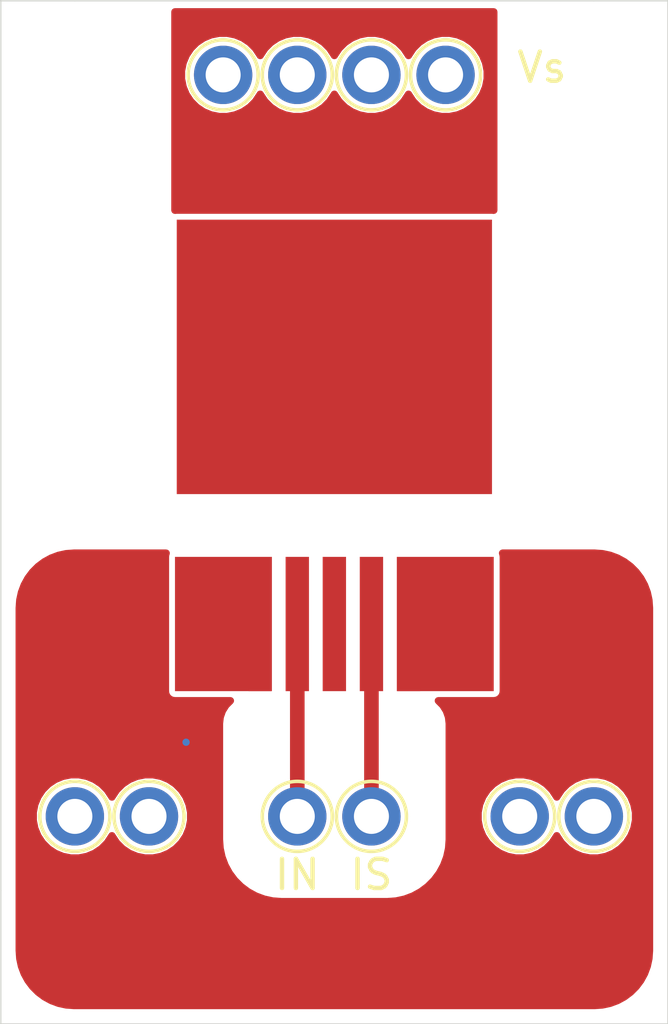
<source format=kicad_pcb>
(kicad_pcb (version 20171130) (host pcbnew "(5.1.4)-1")

  (general
    (thickness 1.6)
    (drawings 9)
    (tracks 3)
    (zones 0)
    (modules 11)
    (nets 1)
  )

  (page A4)
  (layers
    (0 F.Cu signal)
    (31 B.Cu signal)
    (32 B.Adhes user)
    (33 F.Adhes user)
    (34 B.Paste user)
    (35 F.Paste user)
    (36 B.SilkS user)
    (37 F.SilkS user)
    (38 B.Mask user)
    (39 F.Mask user)
    (40 Dwgs.User user)
    (41 Cmts.User user)
    (42 Eco1.User user)
    (43 Eco2.User user)
    (44 Edge.Cuts user)
    (45 Margin user)
    (46 B.CrtYd user)
    (47 F.CrtYd user)
    (48 B.Fab user)
    (49 F.Fab user)
  )

  (setup
    (last_trace_width 0.25)
    (trace_clearance 0.2)
    (zone_clearance 0)
    (zone_45_only no)
    (trace_min 0.2)
    (via_size 0.8)
    (via_drill 0.4)
    (via_min_size 0.4)
    (via_min_drill 0.3)
    (uvia_size 0.3)
    (uvia_drill 0.1)
    (uvias_allowed no)
    (uvia_min_size 0.2)
    (uvia_min_drill 0.1)
    (edge_width 0.05)
    (segment_width 0.2)
    (pcb_text_width 0.3)
    (pcb_text_size 1.5 1.5)
    (mod_edge_width 0.12)
    (mod_text_size 1 1)
    (mod_text_width 0.15)
    (pad_size 2 2)
    (pad_drill 1.2)
    (pad_to_mask_clearance 0.051)
    (solder_mask_min_width 0.25)
    (aux_axis_origin 0 0)
    (visible_elements 7FFFFFFF)
    (pcbplotparams
      (layerselection 0x010fc_ffffffff)
      (usegerberextensions true)
      (usegerberattributes false)
      (usegerberadvancedattributes false)
      (creategerberjobfile false)
      (excludeedgelayer true)
      (linewidth 0.100000)
      (plotframeref false)
      (viasonmask false)
      (mode 1)
      (useauxorigin false)
      (hpglpennumber 1)
      (hpglpenspeed 20)
      (hpglpendiameter 15.000000)
      (psnegative false)
      (psa4output false)
      (plotreference true)
      (plotvalue false)
      (plotinvisibletext false)
      (padsonsilk false)
      (subtractmaskfromsilk false)
      (outputformat 1)
      (mirror false)
      (drillshape 0)
      (scaleselection 1)
      (outputdirectory "../../../AR20_PDM/PCB_files/"))
  )

  (net 0 "")

  (net_class Default "This is the default net class."
    (clearance 0.2)
    (trace_width 0.25)
    (via_dia 0.8)
    (via_drill 0.4)
    (uvia_dia 0.3)
    (uvia_drill 0.1)
  )

  (module PDM_footprint:BTS50055-1TMA (layer F.Cu) (tedit 5DC2A645) (tstamp 5DC1A000)
    (at 123.19 102.87)
    (fp_text reference "" (at 0 -13.97) (layer F.SilkS)
      (effects (font (size 1 1) (thickness 0.15)))
    )
    (fp_text value BTS50055-1TMA (at 0 6.35) (layer F.Fab)
      (effects (font (size 1 1) (thickness 0.15)))
    )
    (pad 8 smd rect (at 0 -6.85) (size 10.8 9.4) (layers F.Cu F.Paste F.Mask))
    (pad 1 smd rect (at -3.81 2.3) (size 3.3 4.6) (layers F.Cu F.Paste F.Mask))
    (pad 2 smd rect (at -2.54 2.3) (size 0.8 4.6) (layers F.Cu F.Paste F.Mask))
    (pad 3 smd rect (at -1.27 2.3) (size 0.8 4.6) (layers F.Cu F.Paste F.Mask))
    (pad 7 smd rect (at 3.81 2.3) (size 3.3 4.6) (layers F.Cu F.Paste F.Mask))
    (pad 6 smd rect (at 2.54 2.3) (size 0.8 4.6) (layers F.Cu F.Paste F.Mask))
    (pad 5 smd rect (at 1.27 2.3) (size 0.8 4.6) (layers F.Cu F.Paste F.Mask))
    (pad 4 smd rect (at 0 2.3) (size 0.8 4.6) (layers F.Cu F.Paste F.Mask))
  )

  (module TestPoint:TestPoint_THTPad_D2.0mm_Drill1.0mm (layer F.Cu) (tedit 5DC2E7F3) (tstamp 5DC1F88F)
    (at 121.92 111.76 180)
    (descr "THT pad as test Point, diameter 2.0mm, hole diameter 1.0mm")
    (tags "test point THT pad")
    (attr virtual)
    (fp_text reference IN (at 0 -1.998) (layer F.SilkS)
      (effects (font (size 1 1) (thickness 0.15)))
    )
    (fp_text value "" (at 0 2.05) (layer F.Fab)
      (effects (font (size 1 1) (thickness 0.15)))
    )
    (fp_circle (center 0 0) (end 0 1.2) (layer F.SilkS) (width 0.12))
    (fp_circle (center 0 0) (end 1.5 0) (layer F.CrtYd) (width 0.05))
    (fp_text user %R (at 0 -2) (layer F.Fab)
      (effects (font (size 1 1) (thickness 0.15)))
    )
    (pad 1 thru_hole circle (at 0 0 180) (size 2 2) (drill 1.2) (layers *.Cu *.Mask))
  )

  (module TestPoint:TestPoint_THTPad_D2.0mm_Drill1.0mm (layer F.Cu) (tedit 5DC2E7E6) (tstamp 5DC1F86B)
    (at 124.46 111.76 180)
    (descr "THT pad as test Point, diameter 2.0mm, hole diameter 1.0mm")
    (tags "test point THT pad")
    (attr virtual)
    (fp_text reference IS (at 0 -1.998) (layer F.SilkS)
      (effects (font (size 1 1) (thickness 0.15)))
    )
    (fp_text value "" (at 0 2.05) (layer F.Fab)
      (effects (font (size 1 1) (thickness 0.15)))
    )
    (fp_circle (center 0 0) (end 0 1.2) (layer F.SilkS) (width 0.12))
    (fp_circle (center 0 0) (end 1.5 0) (layer F.CrtYd) (width 0.05))
    (fp_text user %R (at 0 -2) (layer F.Fab)
      (effects (font (size 1 1) (thickness 0.15)))
    )
    (pad 1 thru_hole circle (at 0 0 180) (size 2 2) (drill 1.2) (layers *.Cu *.Mask))
  )

  (module PDM_footprint:THT_hole_2.2mm_1.2mm (layer F.Cu) (tedit 5DC2E770) (tstamp 5DC1F7D7)
    (at 129.54 111.76)
    (descr "THT pad as test Point, diameter 2.0mm, hole diameter 1.0mm")
    (tags "test point THT pad")
    (attr virtual)
    (fp_text reference "" (at 0 -1.998) (layer F.SilkS)
      (effects (font (size 1 1) (thickness 0.15)))
    )
    (fp_text value "" (at 0 2.05) (layer F.Fab)
      (effects (font (size 1 1) (thickness 0.15)))
    )
    (fp_text user %R (at 0 -2) (layer F.Fab)
      (effects (font (size 1 1) (thickness 0.15)))
    )
    (fp_circle (center 0 0) (end 1.5 0) (layer F.CrtYd) (width 0.05))
    (fp_circle (center 0 0) (end 0 1.2) (layer F.SilkS) (width 0.12))
    (pad 1 thru_hole circle (at 0 0) (size 2 2) (drill 1.2) (layers *.Cu *.Mask))
  )

  (module PDM_footprint:THT_hole_2.2mm_1.2mm (layer F.Cu) (tedit 5DC2E776) (tstamp 5DC1F7BA)
    (at 132.08 111.76)
    (descr "THT pad as test Point, diameter 2.0mm, hole diameter 1.0mm")
    (tags "test point THT pad")
    (attr virtual)
    (fp_text reference "" (at 0 -1.998) (layer F.SilkS)
      (effects (font (size 1 1) (thickness 0.15)))
    )
    (fp_text value "" (at 0 2.05) (layer F.Fab)
      (effects (font (size 1 1) (thickness 0.15)))
    )
    (fp_text user %R (at 0 -2) (layer F.Fab)
      (effects (font (size 1 1) (thickness 0.15)))
    )
    (fp_circle (center 0 0) (end 1.5 0) (layer F.CrtYd) (width 0.05))
    (fp_circle (center 0 0) (end 0 1.2) (layer F.SilkS) (width 0.12))
    (pad 1 thru_hole circle (at 0 0) (size 2 2) (drill 1.2) (layers *.Cu *.Mask))
  )

  (module PDM_footprint:THT_hole_2.2mm_1.2mm (layer F.Cu) (tedit 5DC2E749) (tstamp 5DC1F79D)
    (at 116.84 111.76)
    (descr "THT pad as test Point, diameter 2.0mm, hole diameter 1.0mm")
    (tags "test point THT pad")
    (attr virtual)
    (fp_text reference "" (at 0 -1.998) (layer F.SilkS)
      (effects (font (size 1 1) (thickness 0.15)))
    )
    (fp_text value "" (at 0 2.05) (layer F.Fab)
      (effects (font (size 1 1) (thickness 0.15)))
    )
    (fp_text user %R (at 0 -2) (layer F.Fab)
      (effects (font (size 1 1) (thickness 0.15)))
    )
    (fp_circle (center 0 0) (end 1.5 0) (layer F.CrtYd) (width 0.05))
    (fp_circle (center 0 0) (end 0 1.2) (layer F.SilkS) (width 0.12))
    (pad 1 thru_hole circle (at 0 0) (size 2 2) (drill 1.2) (layers *.Cu *.Mask))
  )

  (module PDM_footprint:THT_hole_2.2mm_1.2mm (layer F.Cu) (tedit 5DC2E73D) (tstamp 5DC1F780)
    (at 114.3 111.76)
    (descr "THT pad as test Point, diameter 2.0mm, hole diameter 1.0mm")
    (tags "test point THT pad")
    (attr virtual)
    (fp_text reference "" (at 0 -1.998) (layer F.SilkS)
      (effects (font (size 1 1) (thickness 0.15)))
    )
    (fp_text value "" (at 0 2.05) (layer F.Fab)
      (effects (font (size 1 1) (thickness 0.15)))
    )
    (fp_text user %R (at 0 -2) (layer F.Fab)
      (effects (font (size 1 1) (thickness 0.15)))
    )
    (fp_circle (center 0 0) (end 1.5 0) (layer F.CrtYd) (width 0.05))
    (fp_circle (center 0 0) (end 0 1.2) (layer F.SilkS) (width 0.12))
    (pad 1 thru_hole circle (at 0 0) (size 2 2) (drill 1.2) (layers *.Cu *.Mask))
  )

  (module PDM_footprint:THT_hole_2.2mm_1.2mm (layer F.Cu) (tedit 5DC2E797) (tstamp 5DC1F73E)
    (at 119.38 86.36)
    (descr "THT pad as test Point, diameter 2.0mm, hole diameter 1.0mm")
    (tags "test point THT pad")
    (attr virtual)
    (fp_text reference "" (at 0 -1.998) (layer F.SilkS)
      (effects (font (size 1 1) (thickness 0.15)))
    )
    (fp_text value "" (at 0 2.05) (layer F.Fab)
      (effects (font (size 1 1) (thickness 0.15)))
    )
    (fp_text user %R (at 0 -2) (layer F.Fab)
      (effects (font (size 1 1) (thickness 0.15)))
    )
    (fp_circle (center 0 0) (end 1.5 0) (layer F.CrtYd) (width 0.05))
    (fp_circle (center 0 0) (end 0 1.2) (layer F.SilkS) (width 0.12))
    (pad 1 thru_hole circle (at 0 0) (size 2 2) (drill 1.2) (layers *.Cu *.Mask))
  )

  (module PDM_footprint:THT_hole_2.2mm_1.2mm (layer F.Cu) (tedit 5DC2E79F) (tstamp 5DC1F721)
    (at 121.92 86.36)
    (descr "THT pad as test Point, diameter 2.0mm, hole diameter 1.0mm")
    (tags "test point THT pad")
    (attr virtual)
    (fp_text reference "" (at 0 -1.998) (layer F.SilkS)
      (effects (font (size 1 1) (thickness 0.15)))
    )
    (fp_text value "" (at 0 2.05) (layer F.Fab)
      (effects (font (size 1 1) (thickness 0.15)))
    )
    (fp_text user %R (at 0 -2) (layer F.Fab)
      (effects (font (size 1 1) (thickness 0.15)))
    )
    (fp_circle (center 0 0) (end 1.5 0) (layer F.CrtYd) (width 0.05))
    (fp_circle (center 0 0) (end 0 1.2) (layer F.SilkS) (width 0.12))
    (pad 1 thru_hole circle (at 0 0) (size 2 2) (drill 1.2) (layers *.Cu *.Mask))
  )

  (module PDM_footprint:THT_hole_2.2mm_1.2mm (layer F.Cu) (tedit 5DC2E7A6) (tstamp 5DC1F704)
    (at 124.46 86.36)
    (descr "THT pad as test Point, diameter 2.0mm, hole diameter 1.0mm")
    (tags "test point THT pad")
    (attr virtual)
    (fp_text reference "" (at 0 -1.998) (layer F.SilkS)
      (effects (font (size 1 1) (thickness 0.15)))
    )
    (fp_text value "" (at 0 2.05) (layer F.Fab)
      (effects (font (size 1 1) (thickness 0.15)))
    )
    (fp_text user %R (at 0 -2) (layer F.Fab)
      (effects (font (size 1 1) (thickness 0.15)))
    )
    (fp_circle (center 0 0) (end 1.5 0) (layer F.CrtYd) (width 0.05))
    (fp_circle (center 0 0) (end 0 1.2) (layer F.SilkS) (width 0.12))
    (pad 1 thru_hole circle (at 0 0) (size 2 2) (drill 1.2) (layers *.Cu *.Mask))
  )

  (module PDM_footprint:THT_hole_2.2mm_1.2mm (layer F.Cu) (tedit 5DC2E7AF) (tstamp 5DC1F6E7)
    (at 127 86.36)
    (descr "THT pad as test Point, diameter 2.0mm, hole diameter 1.0mm")
    (tags "test point THT pad")
    (attr virtual)
    (fp_text reference "" (at 0 -1.998) (layer F.SilkS)
      (effects (font (size 1 1) (thickness 0.15)))
    )
    (fp_text value "" (at 0 2.05) (layer F.Fab)
      (effects (font (size 1 1) (thickness 0.15)))
    )
    (fp_text user %R (at 0 -2) (layer F.Fab)
      (effects (font (size 1 1) (thickness 0.15)))
    )
    (fp_circle (center 0 0) (end 1.5 0) (layer F.CrtYd) (width 0.05))
    (fp_circle (center 0 0) (end 0 1.2) (layer F.SilkS) (width 0.12))
    (pad 1 thru_hole circle (at 0 0) (size 2 2) (drill 1.2) (layers *.Cu *.Mask))
  )

  (gr_line (start 111.76 118.872) (end 111.76 114.3) (layer Edge.Cuts) (width 0.05) (tstamp 5DC1FB5A))
  (gr_line (start 134.62 118.872) (end 111.76 118.872) (layer Edge.Cuts) (width 0.05))
  (gr_line (start 134.62 114.3) (end 134.62 118.872) (layer Edge.Cuts) (width 0.05))
  (gr_text Vs (at 130.302 86.106) (layer F.SilkS)
    (effects (font (size 1 1) (thickness 0.15)))
  )
  (gr_line (start 111.76 83.82) (end 111.76 114.3) (layer Edge.Cuts) (width 0.05))
  (gr_line (start 114.3 83.82) (end 111.76 83.82) (layer Edge.Cuts) (width 0.05))
  (gr_line (start 134.62 83.82) (end 132.08 83.82) (layer Edge.Cuts) (width 0.05) (tstamp 5DC1A5D7))
  (gr_line (start 134.62 114.3) (end 134.62 83.82) (layer Edge.Cuts) (width 0.05))
  (gr_line (start 132.08 83.82) (end 114.3 83.82) (layer Edge.Cuts) (width 0.05))

  (segment (start 118.11 109.22) (end 118.11 109.22) (width 0.25) (layer B.Cu) (net 0) (tstamp 5DC189E0))
  (segment (start 124.46 105.17) (end 124.46 111.76) (width 0.5) (layer F.Cu) (net 0))
  (segment (start 121.92 105.17) (end 121.92 111.76) (width 0.5) (layer F.Cu) (net 0))

  (zone (net 0) (net_name "") (layer F.Cu) (tstamp 5DC2AA15) (hatch edge 0.508)
    (connect_pads (clearance 0))
    (min_thickness 0.254)
    (fill yes (arc_segments 32) (thermal_gap 0.508) (thermal_bridge_width 0.508) (smoothing fillet) (radius 2))
    (polygon
      (pts
        (xy 121.158 107.696) (xy 119.38 107.696) (xy 119.38 114.554) (xy 127 114.554) (xy 127 107.696)
        (xy 125.222 107.696) (xy 125.222 102.616) (xy 134.112 102.616) (xy 134.112 118.364) (xy 112.268 118.364)
        (xy 112.268 102.616) (xy 121.158 102.616)
      )
    )
    (filled_polygon
      (pts
        (xy 117.42643 102.744257) (xy 117.407732 102.805897) (xy 117.401418 102.87) (xy 117.401418 107.47) (xy 117.407732 107.534103)
        (xy 117.42643 107.595743) (xy 117.456794 107.65255) (xy 117.497657 107.702343) (xy 117.54745 107.743206) (xy 117.604257 107.77357)
        (xy 117.665897 107.792268) (xy 117.73 107.798582) (xy 119.62688 107.798582) (xy 119.624915 107.800149) (xy 119.484149 107.940915)
        (xy 119.466418 107.96315) (xy 119.360505 108.131709) (xy 119.348166 108.157331) (xy 119.282416 108.345233) (xy 119.276088 108.37296)
        (xy 119.253799 108.570781) (xy 119.253 108.585) (xy 119.253 112.554) (xy 119.253324 112.56306) (xy 119.273681 112.84769)
        (xy 119.276259 112.865626) (xy 119.336916 113.144461) (xy 119.342021 113.161847) (xy 119.441743 113.429212) (xy 119.449271 113.445695)
        (xy 119.586028 113.696147) (xy 119.595824 113.71139) (xy 119.766832 113.939829) (xy 119.778698 113.953524) (xy 119.980476 114.155302)
        (xy 119.994171 114.167168) (xy 120.22261 114.338176) (xy 120.237853 114.347972) (xy 120.488305 114.484729) (xy 120.504788 114.492257)
        (xy 120.772153 114.591979) (xy 120.789539 114.597084) (xy 121.068374 114.657741) (xy 121.08631 114.660319) (xy 121.37094 114.680676)
        (xy 121.38 114.681) (xy 125 114.681) (xy 125.00906 114.680676) (xy 125.29369 114.660319) (xy 125.311626 114.657741)
        (xy 125.590461 114.597084) (xy 125.607847 114.591979) (xy 125.875212 114.492257) (xy 125.891695 114.484729) (xy 126.142147 114.347972)
        (xy 126.15739 114.338176) (xy 126.385829 114.167168) (xy 126.399524 114.155302) (xy 126.601302 113.953524) (xy 126.613168 113.939829)
        (xy 126.784176 113.71139) (xy 126.793972 113.696147) (xy 126.930729 113.445695) (xy 126.938257 113.429212) (xy 127.037979 113.161847)
        (xy 127.043084 113.144461) (xy 127.103741 112.865626) (xy 127.106319 112.84769) (xy 127.126676 112.56306) (xy 127.127 112.554)
        (xy 127.127 111.619453) (xy 128.113 111.619453) (xy 128.113 111.900547) (xy 128.167838 112.176241) (xy 128.275409 112.435938)
        (xy 128.431576 112.66966) (xy 128.63034 112.868424) (xy 128.864062 113.024591) (xy 129.123759 113.132162) (xy 129.399453 113.187)
        (xy 129.680547 113.187) (xy 129.956241 113.132162) (xy 130.215938 113.024591) (xy 130.44966 112.868424) (xy 130.648424 112.66966)
        (xy 130.804591 112.435938) (xy 130.81 112.42288) (xy 130.815409 112.435938) (xy 130.971576 112.66966) (xy 131.17034 112.868424)
        (xy 131.404062 113.024591) (xy 131.663759 113.132162) (xy 131.939453 113.187) (xy 132.220547 113.187) (xy 132.496241 113.132162)
        (xy 132.755938 113.024591) (xy 132.98966 112.868424) (xy 133.188424 112.66966) (xy 133.344591 112.435938) (xy 133.452162 112.176241)
        (xy 133.507 111.900547) (xy 133.507 111.619453) (xy 133.452162 111.343759) (xy 133.344591 111.084062) (xy 133.188424 110.85034)
        (xy 132.98966 110.651576) (xy 132.755938 110.495409) (xy 132.496241 110.387838) (xy 132.220547 110.333) (xy 131.939453 110.333)
        (xy 131.663759 110.387838) (xy 131.404062 110.495409) (xy 131.17034 110.651576) (xy 130.971576 110.85034) (xy 130.815409 111.084062)
        (xy 130.81 111.09712) (xy 130.804591 111.084062) (xy 130.648424 110.85034) (xy 130.44966 110.651576) (xy 130.215938 110.495409)
        (xy 129.956241 110.387838) (xy 129.680547 110.333) (xy 129.399453 110.333) (xy 129.123759 110.387838) (xy 128.864062 110.495409)
        (xy 128.63034 110.651576) (xy 128.431576 110.85034) (xy 128.275409 111.084062) (xy 128.167838 111.343759) (xy 128.113 111.619453)
        (xy 127.127 111.619453) (xy 127.127 108.585) (xy 127.126201 108.570781) (xy 127.103912 108.37296) (xy 127.097584 108.345233)
        (xy 127.031834 108.157331) (xy 127.019495 108.131709) (xy 126.913582 107.96315) (xy 126.895851 107.940915) (xy 126.755085 107.800149)
        (xy 126.75312 107.798582) (xy 128.65 107.798582) (xy 128.714103 107.792268) (xy 128.775743 107.77357) (xy 128.83255 107.743206)
        (xy 128.882343 107.702343) (xy 128.923206 107.65255) (xy 128.95357 107.595743) (xy 128.972268 107.534103) (xy 128.978582 107.47)
        (xy 128.978582 102.87) (xy 128.972268 102.805897) (xy 128.95357 102.744257) (xy 128.952898 102.743) (xy 132.10747 102.743)
        (xy 132.378504 102.762385) (xy 132.639593 102.819181) (xy 132.88994 102.912556) (xy 133.124445 103.040605) (xy 133.338338 103.200724)
        (xy 133.527276 103.389662) (xy 133.687395 103.603555) (xy 133.815444 103.83806) (xy 133.908819 104.088407) (xy 133.965615 104.349496)
        (xy 133.985 104.62053) (xy 133.985 116.35947) (xy 133.965615 116.630504) (xy 133.908819 116.891593) (xy 133.815444 117.14194)
        (xy 133.687395 117.376445) (xy 133.527276 117.590338) (xy 133.338338 117.779276) (xy 133.124445 117.939395) (xy 132.88994 118.067444)
        (xy 132.639593 118.160819) (xy 132.378504 118.217615) (xy 132.10747 118.237) (xy 114.27253 118.237) (xy 114.001496 118.217615)
        (xy 113.740407 118.160819) (xy 113.49006 118.067444) (xy 113.255555 117.939395) (xy 113.041662 117.779276) (xy 112.852724 117.590338)
        (xy 112.692605 117.376445) (xy 112.564556 117.14194) (xy 112.471181 116.891593) (xy 112.414385 116.630504) (xy 112.395 116.35947)
        (xy 112.395 111.619453) (xy 112.873 111.619453) (xy 112.873 111.900547) (xy 112.927838 112.176241) (xy 113.035409 112.435938)
        (xy 113.191576 112.66966) (xy 113.39034 112.868424) (xy 113.624062 113.024591) (xy 113.883759 113.132162) (xy 114.159453 113.187)
        (xy 114.440547 113.187) (xy 114.716241 113.132162) (xy 114.975938 113.024591) (xy 115.20966 112.868424) (xy 115.408424 112.66966)
        (xy 115.564591 112.435938) (xy 115.57 112.42288) (xy 115.575409 112.435938) (xy 115.731576 112.66966) (xy 115.93034 112.868424)
        (xy 116.164062 113.024591) (xy 116.423759 113.132162) (xy 116.699453 113.187) (xy 116.980547 113.187) (xy 117.256241 113.132162)
        (xy 117.515938 113.024591) (xy 117.74966 112.868424) (xy 117.948424 112.66966) (xy 118.104591 112.435938) (xy 118.212162 112.176241)
        (xy 118.267 111.900547) (xy 118.267 111.619453) (xy 118.212162 111.343759) (xy 118.104591 111.084062) (xy 117.948424 110.85034)
        (xy 117.74966 110.651576) (xy 117.515938 110.495409) (xy 117.256241 110.387838) (xy 116.980547 110.333) (xy 116.699453 110.333)
        (xy 116.423759 110.387838) (xy 116.164062 110.495409) (xy 115.93034 110.651576) (xy 115.731576 110.85034) (xy 115.575409 111.084062)
        (xy 115.57 111.09712) (xy 115.564591 111.084062) (xy 115.408424 110.85034) (xy 115.20966 110.651576) (xy 114.975938 110.495409)
        (xy 114.716241 110.387838) (xy 114.440547 110.333) (xy 114.159453 110.333) (xy 113.883759 110.387838) (xy 113.624062 110.495409)
        (xy 113.39034 110.651576) (xy 113.191576 110.85034) (xy 113.035409 111.084062) (xy 112.927838 111.343759) (xy 112.873 111.619453)
        (xy 112.395 111.619453) (xy 112.395 104.62053) (xy 112.414385 104.349496) (xy 112.471181 104.088407) (xy 112.564556 103.83806)
        (xy 112.692605 103.603555) (xy 112.852724 103.389662) (xy 113.041662 103.200724) (xy 113.255555 103.040605) (xy 113.49006 102.912556)
        (xy 113.740407 102.819181) (xy 114.001496 102.762385) (xy 114.27253 102.743) (xy 117.427102 102.743)
      )
    )
  )
  (zone (net 0) (net_name "") (layer F.Cu) (tstamp 5DC2AA12) (hatch edge 0.508)
    (connect_pads (clearance 0))
    (min_thickness 0.254)
    (fill yes (arc_segments 32) (thermal_gap 0.508) (thermal_bridge_width 0.508))
    (polygon
      (pts
        (xy 128.778 100.838) (xy 117.602 100.838) (xy 117.602 84.074) (xy 128.778 84.074)
      )
    )
    (filled_polygon
      (pts
        (xy 128.651 90.997426) (xy 128.59 90.991418) (xy 117.79 90.991418) (xy 117.729 90.997426) (xy 117.729 86.219453)
        (xy 117.953 86.219453) (xy 117.953 86.500547) (xy 118.007838 86.776241) (xy 118.115409 87.035938) (xy 118.271576 87.26966)
        (xy 118.47034 87.468424) (xy 118.704062 87.624591) (xy 118.963759 87.732162) (xy 119.239453 87.787) (xy 119.520547 87.787)
        (xy 119.796241 87.732162) (xy 120.055938 87.624591) (xy 120.28966 87.468424) (xy 120.488424 87.26966) (xy 120.644591 87.035938)
        (xy 120.65 87.02288) (xy 120.655409 87.035938) (xy 120.811576 87.26966) (xy 121.01034 87.468424) (xy 121.244062 87.624591)
        (xy 121.503759 87.732162) (xy 121.779453 87.787) (xy 122.060547 87.787) (xy 122.336241 87.732162) (xy 122.595938 87.624591)
        (xy 122.82966 87.468424) (xy 123.028424 87.26966) (xy 123.184591 87.035938) (xy 123.19 87.02288) (xy 123.195409 87.035938)
        (xy 123.351576 87.26966) (xy 123.55034 87.468424) (xy 123.784062 87.624591) (xy 124.043759 87.732162) (xy 124.319453 87.787)
        (xy 124.600547 87.787) (xy 124.876241 87.732162) (xy 125.135938 87.624591) (xy 125.36966 87.468424) (xy 125.568424 87.26966)
        (xy 125.724591 87.035938) (xy 125.73 87.02288) (xy 125.735409 87.035938) (xy 125.891576 87.26966) (xy 126.09034 87.468424)
        (xy 126.324062 87.624591) (xy 126.583759 87.732162) (xy 126.859453 87.787) (xy 127.140547 87.787) (xy 127.416241 87.732162)
        (xy 127.675938 87.624591) (xy 127.90966 87.468424) (xy 128.108424 87.26966) (xy 128.264591 87.035938) (xy 128.372162 86.776241)
        (xy 128.427 86.500547) (xy 128.427 86.219453) (xy 128.372162 85.943759) (xy 128.264591 85.684062) (xy 128.108424 85.45034)
        (xy 127.90966 85.251576) (xy 127.675938 85.095409) (xy 127.416241 84.987838) (xy 127.140547 84.933) (xy 126.859453 84.933)
        (xy 126.583759 84.987838) (xy 126.324062 85.095409) (xy 126.09034 85.251576) (xy 125.891576 85.45034) (xy 125.735409 85.684062)
        (xy 125.73 85.69712) (xy 125.724591 85.684062) (xy 125.568424 85.45034) (xy 125.36966 85.251576) (xy 125.135938 85.095409)
        (xy 124.876241 84.987838) (xy 124.600547 84.933) (xy 124.319453 84.933) (xy 124.043759 84.987838) (xy 123.784062 85.095409)
        (xy 123.55034 85.251576) (xy 123.351576 85.45034) (xy 123.195409 85.684062) (xy 123.19 85.69712) (xy 123.184591 85.684062)
        (xy 123.028424 85.45034) (xy 122.82966 85.251576) (xy 122.595938 85.095409) (xy 122.336241 84.987838) (xy 122.060547 84.933)
        (xy 121.779453 84.933) (xy 121.503759 84.987838) (xy 121.244062 85.095409) (xy 121.01034 85.251576) (xy 120.811576 85.45034)
        (xy 120.655409 85.684062) (xy 120.65 85.69712) (xy 120.644591 85.684062) (xy 120.488424 85.45034) (xy 120.28966 85.251576)
        (xy 120.055938 85.095409) (xy 119.796241 84.987838) (xy 119.520547 84.933) (xy 119.239453 84.933) (xy 118.963759 84.987838)
        (xy 118.704062 85.095409) (xy 118.47034 85.251576) (xy 118.271576 85.45034) (xy 118.115409 85.684062) (xy 118.007838 85.943759)
        (xy 117.953 86.219453) (xy 117.729 86.219453) (xy 117.729 84.201) (xy 128.651 84.201)
      )
    )
  )
)

</source>
